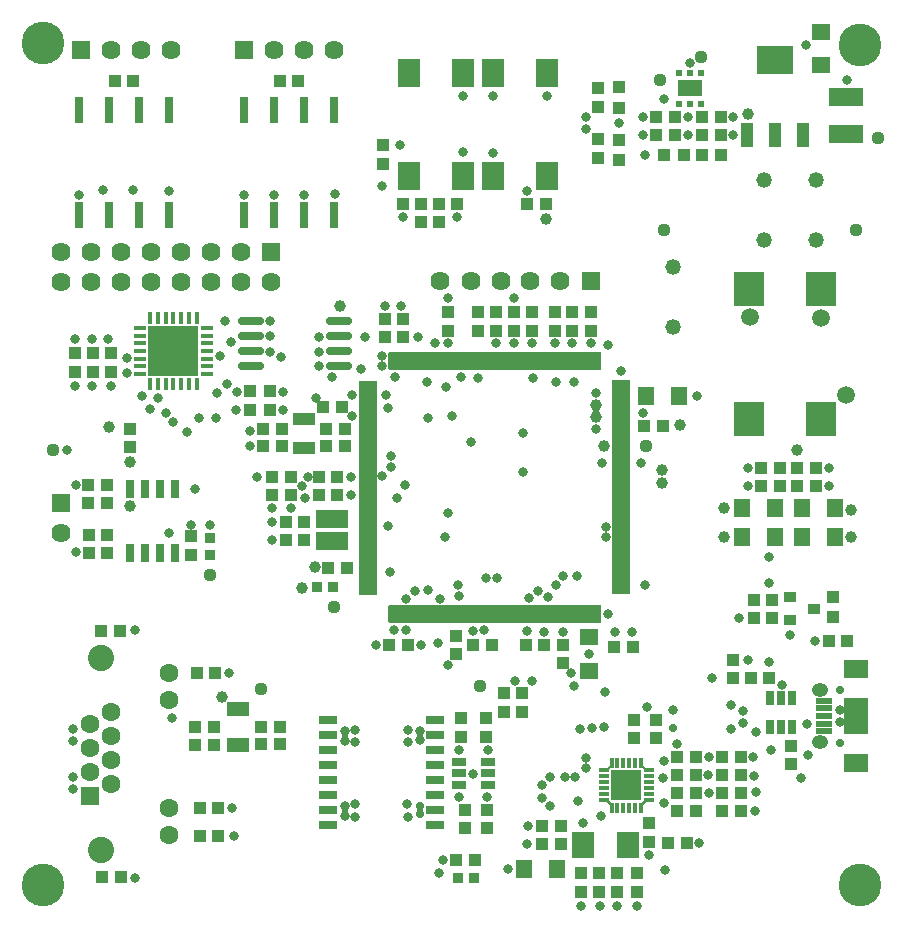
<source format=gts>
G04*
G04 #@! TF.GenerationSoftware,Altium Limited,Altium Designer,21.2.0 (30)*
G04*
G04 Layer_Color=8388736*
%FSLAX42Y42*%
%MOMM*%
G71*
G04*
G04 #@! TF.SameCoordinates,ABD0CF57-3E98-4FB8-AFFA-8217F09E1CE7*
G04*
G04*
G04 #@! TF.FilePolarity,Negative*
G04*
G01*
G75*
%ADD34C,1.00*%
%ADD40R,1.00X1.00*%
%ADD60R,1.00X1.00*%
%ADD62R,0.51X0.38*%
%ADD63R,0.51X0.25*%
%ADD64R,0.51X0.51*%
%ADD65R,18.03X1.65*%
%ADD66R,1.65X18.16*%
%ADD67R,1.47X0.47*%
%ADD68R,0.47X1.47*%
%ADD69R,1.52X0.76*%
%ADD70R,1.12X1.02*%
%ADD71R,1.92X2.32*%
%ADD72R,1.39X1.64*%
%ADD73R,0.81X0.40*%
%ADD74R,0.40X0.81*%
%ADD75R,2.62X2.62*%
%ADD76C,1.12*%
%ADD77R,0.57X0.62*%
%ADD78R,2.12X1.32*%
%ADD79R,1.14X2.15*%
%ADD80R,3.17X2.41*%
%ADD81R,1.02X1.12*%
%ADD82R,2.52X2.92*%
%ADD83R,2.92X1.62*%
%ADD84R,1.64X1.39*%
%ADD85R,1.22X0.72*%
%ADD86O,2.22X0.72*%
%ADD87R,0.72X1.64*%
%ADD88R,4.32X4.32*%
%ADD89O,1.07X0.42*%
%ADD90O,0.42X1.07*%
%ADD91R,0.72X1.22*%
%ADD92R,0.88X0.88*%
%ADD93R,1.92X1.27*%
%ADD94R,1.47X0.52*%
%ADD95R,2.02X3.02*%
%ADD96R,0.88X0.88*%
G04:AMPARAMS|DCode=97|XSize=0.72mm|YSize=2.27mm|CornerRadius=0.11mm|HoleSize=0mm|Usage=FLASHONLY|Rotation=180.000|XOffset=0mm|YOffset=0mm|HoleType=Round|Shape=RoundedRectangle|*
%AMROUNDEDRECTD97*
21,1,0.72,2.05,0,0,180.0*
21,1,0.50,2.27,0,0,180.0*
1,1,0.22,-0.25,1.02*
1,1,0.22,0.25,1.02*
1,1,0.22,0.25,-1.02*
1,1,0.22,-0.25,-1.02*
%
%ADD97ROUNDEDRECTD97*%
%ADD98R,2.82X1.62*%
%ADD99R,1.92X1.12*%
%ADD100R,1.02X0.92*%
%ADD101R,1.92X2.42*%
%ADD102C,3.62*%
%ADD103C,1.32*%
%ADD104C,0.12*%
%ADD105R,1.60X1.60*%
%ADD106C,1.60*%
%ADD107C,2.22*%
%ADD108R,1.62X1.62*%
%ADD109C,1.62*%
%ADD110R,1.62X1.62*%
%ADD111O,1.37X1.17*%
%ADD112R,2.02X1.52*%
%ADD113C,0.80*%
%ADD114C,0.70*%
%ADD115C,0.78*%
%ADD116C,1.50*%
%ADD117C,1.39*%
G36*
X5036Y984D02*
X5080Y940D01*
X5061Y921D01*
X5017Y965D01*
X5036Y984D01*
D02*
G37*
G36*
X5347Y978D02*
X5309Y940D01*
X5328Y921D01*
X5366Y959D01*
X5347Y978D01*
D02*
G37*
G36*
X5055Y1270D02*
X5023Y1238D01*
X5036Y1226D01*
X5067Y1257D01*
X5055Y1270D01*
D02*
G37*
G36*
X5334Y1270D02*
X5366Y1238D01*
X5353Y1226D01*
X5321Y1257D01*
X5334Y1270D01*
D02*
G37*
D34*
X5004Y3975D02*
D03*
X5499Y3658D02*
D03*
X4940Y4321D02*
D03*
Y4218D02*
D03*
X5499Y3772D02*
D03*
X4512Y5889D02*
D03*
X6642Y3937D02*
D03*
X5644Y4145D02*
D03*
X6223Y6782D02*
D03*
X813Y4128D02*
D03*
X2451Y2767D02*
D03*
X2553Y2946D02*
D03*
X1770Y1842D02*
D03*
X2769Y5156D02*
D03*
X991Y3835D02*
D03*
X6020Y3442D02*
D03*
Y3200D02*
D03*
X7099D02*
D03*
Y3429D02*
D03*
X991Y3467D02*
D03*
D40*
X5679Y6439D02*
D03*
X5509D02*
D03*
D60*
X6947Y2522D02*
D03*
Y2692D02*
D03*
X5131Y6392D02*
D03*
Y6562D02*
D03*
Y6836D02*
D03*
Y7007D02*
D03*
D62*
X4940Y4274D02*
D03*
X3442Y1518D02*
D03*
X2807Y883D02*
D03*
D63*
X3442Y889D02*
D03*
D64*
X2807Y1524D02*
D03*
D65*
X4077Y4693D02*
D03*
Y2546D02*
D03*
D66*
X5150Y3626D02*
D03*
X3004Y3613D02*
D03*
D67*
X3004Y4494D02*
D03*
Y4444D02*
D03*
Y4394D02*
D03*
Y4344D02*
D03*
Y4294D02*
D03*
Y4244D02*
D03*
Y4194D02*
D03*
Y4144D02*
D03*
Y4094D02*
D03*
Y4044D02*
D03*
Y3994D02*
D03*
Y3944D02*
D03*
Y3894D02*
D03*
Y3844D02*
D03*
Y3794D02*
D03*
Y3744D02*
D03*
Y3694D02*
D03*
Y3644D02*
D03*
Y3594D02*
D03*
Y3544D02*
D03*
Y3494D02*
D03*
Y3444D02*
D03*
Y3394D02*
D03*
Y3344D02*
D03*
Y3294D02*
D03*
Y3244D02*
D03*
Y3194D02*
D03*
Y3144D02*
D03*
Y3094D02*
D03*
Y3044D02*
D03*
Y2994D02*
D03*
Y2944D02*
D03*
Y2894D02*
D03*
Y2844D02*
D03*
Y2794D02*
D03*
Y2744D02*
D03*
X5149D02*
D03*
Y2794D02*
D03*
Y2844D02*
D03*
Y2894D02*
D03*
Y2944D02*
D03*
Y2994D02*
D03*
Y3044D02*
D03*
Y3094D02*
D03*
Y3144D02*
D03*
Y3194D02*
D03*
Y3244D02*
D03*
Y3294D02*
D03*
Y3344D02*
D03*
Y3394D02*
D03*
Y3444D02*
D03*
Y3494D02*
D03*
Y3544D02*
D03*
Y3594D02*
D03*
Y3644D02*
D03*
Y3694D02*
D03*
Y3744D02*
D03*
Y3794D02*
D03*
Y3844D02*
D03*
Y3894D02*
D03*
Y3944D02*
D03*
Y3994D02*
D03*
Y4044D02*
D03*
Y4094D02*
D03*
Y4144D02*
D03*
Y4194D02*
D03*
Y4244D02*
D03*
Y4294D02*
D03*
Y4344D02*
D03*
Y4394D02*
D03*
Y4444D02*
D03*
Y4494D02*
D03*
D68*
X3202Y2547D02*
D03*
X3252D02*
D03*
X3302D02*
D03*
X3352D02*
D03*
X3402D02*
D03*
X3452D02*
D03*
X3502D02*
D03*
X3552D02*
D03*
X3602D02*
D03*
X3652D02*
D03*
X3702D02*
D03*
X3752D02*
D03*
X3802D02*
D03*
X3852D02*
D03*
X3902D02*
D03*
X3952D02*
D03*
X4002D02*
D03*
X4052D02*
D03*
X4102D02*
D03*
X4152D02*
D03*
X4202D02*
D03*
X4252D02*
D03*
X4302D02*
D03*
X4352D02*
D03*
X4402D02*
D03*
X4452D02*
D03*
X4502D02*
D03*
X4552D02*
D03*
X4602D02*
D03*
X4652D02*
D03*
X4702D02*
D03*
X4752D02*
D03*
X4802D02*
D03*
X4852D02*
D03*
X4902D02*
D03*
X4952D02*
D03*
Y4692D02*
D03*
X4902D02*
D03*
X4852D02*
D03*
X4802D02*
D03*
X4752D02*
D03*
X4702D02*
D03*
X4652D02*
D03*
X4602D02*
D03*
X4552D02*
D03*
X4502D02*
D03*
X4452D02*
D03*
X4402D02*
D03*
X4352D02*
D03*
X4302D02*
D03*
X4252D02*
D03*
X4202D02*
D03*
X4152D02*
D03*
X4102D02*
D03*
X4052D02*
D03*
X4002D02*
D03*
X3952D02*
D03*
X3902D02*
D03*
X3852D02*
D03*
X3802D02*
D03*
X3752D02*
D03*
X3702D02*
D03*
X3652D02*
D03*
X3602D02*
D03*
X3552D02*
D03*
X3502D02*
D03*
X3452D02*
D03*
X3402D02*
D03*
X3352D02*
D03*
X3302D02*
D03*
X3252D02*
D03*
X3202D02*
D03*
D69*
X3569Y762D02*
D03*
Y1016D02*
D03*
X2667Y1651D02*
D03*
Y1524D02*
D03*
Y1397D02*
D03*
Y1270D02*
D03*
Y1143D02*
D03*
Y1016D02*
D03*
Y889D02*
D03*
Y762D02*
D03*
X3569Y1651D02*
D03*
Y1524D02*
D03*
Y1397D02*
D03*
Y1270D02*
D03*
Y1143D02*
D03*
Y889D02*
D03*
D70*
X4013Y733D02*
D03*
Y893D02*
D03*
X5258Y1495D02*
D03*
Y1655D02*
D03*
X4964Y352D02*
D03*
Y192D02*
D03*
X5448Y1495D02*
D03*
Y1655D02*
D03*
X5282Y352D02*
D03*
Y192D02*
D03*
X3797Y1507D02*
D03*
Y1667D02*
D03*
X3823Y893D02*
D03*
Y733D02*
D03*
X4001Y1507D02*
D03*
Y1667D02*
D03*
X5117Y192D02*
D03*
Y352D02*
D03*
X4155Y1882D02*
D03*
Y1722D02*
D03*
X4308Y1882D02*
D03*
Y1722D02*
D03*
X5384Y620D02*
D03*
Y780D02*
D03*
X4812Y192D02*
D03*
Y352D02*
D03*
X991Y4119D02*
D03*
Y3959D02*
D03*
X523Y4601D02*
D03*
Y4761D02*
D03*
X675Y4601D02*
D03*
Y4761D02*
D03*
X827Y4601D02*
D03*
Y4761D02*
D03*
X1511Y3051D02*
D03*
Y3212D02*
D03*
X2007Y4436D02*
D03*
Y4276D02*
D03*
X2172D02*
D03*
Y4436D02*
D03*
X3150Y4890D02*
D03*
Y5049D02*
D03*
X3137Y6359D02*
D03*
Y6519D02*
D03*
X3747Y2366D02*
D03*
Y2206D02*
D03*
X4661Y2290D02*
D03*
Y2130D02*
D03*
X6591Y1275D02*
D03*
Y1435D02*
D03*
X6096Y2163D02*
D03*
Y2003D02*
D03*
X3302Y4890D02*
D03*
Y5049D02*
D03*
X3683Y4949D02*
D03*
Y5109D02*
D03*
X3937Y5109D02*
D03*
Y4949D02*
D03*
X4089Y5109D02*
D03*
Y4949D02*
D03*
X4585Y5109D02*
D03*
Y4949D02*
D03*
X4394Y5109D02*
D03*
Y4949D02*
D03*
X4737Y5109D02*
D03*
Y4949D02*
D03*
X4242Y4949D02*
D03*
Y5109D02*
D03*
X4890Y4949D02*
D03*
Y5109D02*
D03*
X4953Y6570D02*
D03*
Y6410D02*
D03*
Y6842D02*
D03*
Y7001D02*
D03*
D71*
X5205Y590D02*
D03*
X4825D02*
D03*
D72*
X4609Y387D02*
D03*
X4329D02*
D03*
X6172Y3442D02*
D03*
X6452D02*
D03*
Y3200D02*
D03*
X6172D02*
D03*
X6960D02*
D03*
X6680D02*
D03*
X6960Y3442D02*
D03*
X6680D02*
D03*
X5639Y4394D02*
D03*
X5359D02*
D03*
D73*
X5003Y1025D02*
D03*
Y1075D02*
D03*
X5383Y975D02*
D03*
Y1025D02*
D03*
Y1075D02*
D03*
Y1125D02*
D03*
Y1175D02*
D03*
Y1225D02*
D03*
X5003D02*
D03*
Y975D02*
D03*
Y1125D02*
D03*
Y1175D02*
D03*
D74*
X5068Y910D02*
D03*
X5118D02*
D03*
X5168D02*
D03*
X5218D02*
D03*
X5268D02*
D03*
X5318D02*
D03*
Y1290D02*
D03*
X5268D02*
D03*
X5218D02*
D03*
X5168D02*
D03*
X5118D02*
D03*
X5068D02*
D03*
D75*
X5193Y1100D02*
D03*
D76*
X5829Y7267D02*
D03*
X7137Y5804D02*
D03*
X7328Y6579D02*
D03*
X5474Y7074D02*
D03*
X5512Y5804D02*
D03*
X2098Y1911D02*
D03*
X3952Y1936D02*
D03*
X343Y3937D02*
D03*
X1664Y2883D02*
D03*
X2716Y2605D02*
D03*
X5359Y3975D02*
D03*
D77*
X5639Y6868D02*
D03*
X5734D02*
D03*
X5639Y7128D02*
D03*
X5829D02*
D03*
X5734D02*
D03*
X5829Y6868D02*
D03*
D78*
X5734Y6998D02*
D03*
D79*
X6215Y6604D02*
D03*
X6688D02*
D03*
X6452D02*
D03*
D80*
Y7239D02*
D03*
D81*
X5832Y6439D02*
D03*
X5992D02*
D03*
X5444Y6756D02*
D03*
X5604D02*
D03*
X5992D02*
D03*
X5832D02*
D03*
X5604Y6604D02*
D03*
X5444D02*
D03*
X5832D02*
D03*
X5992D02*
D03*
X5706Y610D02*
D03*
X5546D02*
D03*
X2654Y3967D02*
D03*
X2814D02*
D03*
X754Y323D02*
D03*
X914D02*
D03*
X908Y2406D02*
D03*
X748D02*
D03*
X1740Y666D02*
D03*
X1580D02*
D03*
X1740Y907D02*
D03*
X1580D02*
D03*
X6006Y1187D02*
D03*
X6166D02*
D03*
X6493Y3785D02*
D03*
X6333D02*
D03*
X6638D02*
D03*
X6798D02*
D03*
X6638Y3632D02*
D03*
X6798D02*
D03*
X6493D02*
D03*
X6333D02*
D03*
X1554Y2050D02*
D03*
X1714D02*
D03*
X6006Y1339D02*
D03*
X6166D02*
D03*
X1702Y1593D02*
D03*
X1542D02*
D03*
X1702Y1441D02*
D03*
X1542D02*
D03*
X2101Y1444D02*
D03*
X2261D02*
D03*
X2100Y1593D02*
D03*
X2260D02*
D03*
X6006Y882D02*
D03*
X6166D02*
D03*
X6006Y1034D02*
D03*
X6166D02*
D03*
X5621Y1335D02*
D03*
X5781D02*
D03*
X5621Y878D02*
D03*
X5781D02*
D03*
X5621Y1030D02*
D03*
X5781D02*
D03*
X4480Y601D02*
D03*
X4640D02*
D03*
X4477Y756D02*
D03*
X4637D02*
D03*
X5781Y1187D02*
D03*
X5621D02*
D03*
X3754Y470D02*
D03*
X3914D02*
D03*
X3344Y2286D02*
D03*
X3184D02*
D03*
X640Y3068D02*
D03*
X800D02*
D03*
X800Y3220D02*
D03*
X640D02*
D03*
X796Y3487D02*
D03*
X636D02*
D03*
Y3640D02*
D03*
X796D02*
D03*
X1020Y7061D02*
D03*
X860D02*
D03*
X2824Y2939D02*
D03*
X2664D02*
D03*
X2468Y3175D02*
D03*
X2308D02*
D03*
X2468Y3327D02*
D03*
X2308D02*
D03*
X2353Y3556D02*
D03*
X2193D02*
D03*
X2747D02*
D03*
X2587D02*
D03*
X2353Y3708D02*
D03*
X2193D02*
D03*
X2747D02*
D03*
X2587D02*
D03*
X2277Y3967D02*
D03*
X2117D02*
D03*
X2277Y4119D02*
D03*
X2117D02*
D03*
X2257Y7061D02*
D03*
X2417D02*
D03*
X2654Y4119D02*
D03*
X2814D02*
D03*
X2785Y4305D02*
D03*
X2625D02*
D03*
X3458Y6020D02*
D03*
X3298D02*
D03*
X4055Y2286D02*
D03*
X3895D02*
D03*
X5089Y2273D02*
D03*
X5249D02*
D03*
X4500Y2286D02*
D03*
X4340D02*
D03*
X6245Y2007D02*
D03*
X6405D02*
D03*
X6430Y2518D02*
D03*
X6270D02*
D03*
X6430Y2671D02*
D03*
X6270D02*
D03*
X6905Y2324D02*
D03*
X7065D02*
D03*
X3611Y5867D02*
D03*
X3451D02*
D03*
X3763Y6020D02*
D03*
X3603D02*
D03*
X4352D02*
D03*
X4512D02*
D03*
X5503Y4140D02*
D03*
X5343D02*
D03*
D82*
X6844Y4203D02*
D03*
X6234D02*
D03*
X6844Y5303D02*
D03*
X6234D02*
D03*
D83*
X7055Y6614D02*
D03*
Y6924D02*
D03*
D84*
X6845Y7201D02*
D03*
Y7480D02*
D03*
X4877Y2350D02*
D03*
Y2070D02*
D03*
D85*
X3778Y1104D02*
D03*
X4018D02*
D03*
X3778Y1294D02*
D03*
Y1199D02*
D03*
X4018D02*
D03*
Y1294D02*
D03*
D86*
X2013Y5029D02*
D03*
Y4902D02*
D03*
Y4775D02*
D03*
Y4648D02*
D03*
X2763Y5029D02*
D03*
Y4902D02*
D03*
Y4775D02*
D03*
Y4648D02*
D03*
D87*
X991Y3061D02*
D03*
X1118D02*
D03*
X1245D02*
D03*
X1372D02*
D03*
X991Y3609D02*
D03*
X1118D02*
D03*
X1245D02*
D03*
X1372D02*
D03*
D88*
X1359Y4775D02*
D03*
D89*
X1076Y4970D02*
D03*
Y4905D02*
D03*
Y4840D02*
D03*
Y4775D02*
D03*
Y4710D02*
D03*
Y4645D02*
D03*
Y4580D02*
D03*
X1641D02*
D03*
Y4645D02*
D03*
Y4710D02*
D03*
Y4775D02*
D03*
Y4840D02*
D03*
Y4905D02*
D03*
Y4970D02*
D03*
D90*
X1164Y4493D02*
D03*
X1229D02*
D03*
X1294D02*
D03*
X1359D02*
D03*
X1424D02*
D03*
X1489D02*
D03*
X1554D02*
D03*
Y5058D02*
D03*
X1489D02*
D03*
X1424D02*
D03*
X1359D02*
D03*
X1294D02*
D03*
X1229D02*
D03*
X1164D02*
D03*
D91*
X6407Y1834D02*
D03*
X6502D02*
D03*
X6597D02*
D03*
Y1594D02*
D03*
X6502D02*
D03*
X6407D02*
D03*
D92*
X3905Y317D02*
D03*
X3766D02*
D03*
X2572Y2781D02*
D03*
X2711D02*
D03*
D93*
X1901Y1443D02*
D03*
Y1743D02*
D03*
D94*
X6870Y1815D02*
D03*
Y1750D02*
D03*
Y1685D02*
D03*
Y1620D02*
D03*
Y1555D02*
D03*
D95*
X7137Y1685D02*
D03*
D96*
X1664Y3189D02*
D03*
Y3049D02*
D03*
D97*
X1321Y6816D02*
D03*
X1067D02*
D03*
X813D02*
D03*
X559D02*
D03*
X1321Y5931D02*
D03*
X1067D02*
D03*
X813D02*
D03*
X559D02*
D03*
X1956D02*
D03*
X2210D02*
D03*
X2464D02*
D03*
X2718D02*
D03*
X1956Y6816D02*
D03*
X2210D02*
D03*
X2464D02*
D03*
X2718D02*
D03*
D98*
X2705Y3163D02*
D03*
Y3353D02*
D03*
D99*
X2464Y3952D02*
D03*
Y4202D02*
D03*
D100*
X6580Y2693D02*
D03*
Y2497D02*
D03*
X6780Y2595D02*
D03*
D101*
X3356Y6260D02*
D03*
Y7125D02*
D03*
X3806D02*
D03*
Y6260D02*
D03*
X4068D02*
D03*
Y7125D02*
D03*
X4518D02*
D03*
Y6260D02*
D03*
D102*
X254Y7379D02*
D03*
X7175Y254D02*
D03*
Y7366D02*
D03*
X254Y254D02*
D03*
D103*
X6356Y6223D02*
D03*
Y5715D02*
D03*
X6801Y6223D02*
D03*
Y5715D02*
D03*
X5588Y5489D02*
D03*
Y4981D02*
D03*
D104*
X6844Y4753D02*
D03*
X6394D02*
D03*
D105*
X656Y1007D02*
D03*
D106*
X834Y1109D02*
D03*
X656Y1211D02*
D03*
X834Y1313D02*
D03*
X656Y1415D02*
D03*
X834Y1517D02*
D03*
X656Y1619D02*
D03*
X834Y1721D02*
D03*
X1317Y906D02*
D03*
Y1820D02*
D03*
Y2049D02*
D03*
Y677D02*
D03*
D107*
X745Y550D02*
D03*
Y2176D02*
D03*
D108*
X403Y3487D02*
D03*
D109*
Y3233D02*
D03*
X2184Y5359D02*
D03*
X1930Y5613D02*
D03*
Y5359D02*
D03*
X1676Y5613D02*
D03*
Y5359D02*
D03*
X1422Y5613D02*
D03*
Y5359D02*
D03*
X1168Y5613D02*
D03*
Y5359D02*
D03*
X914Y5613D02*
D03*
Y5359D02*
D03*
X660Y5613D02*
D03*
Y5359D02*
D03*
X406Y5613D02*
D03*
Y5359D02*
D03*
X826Y7328D02*
D03*
X1080D02*
D03*
X1334D02*
D03*
X2210D02*
D03*
X2464D02*
D03*
X2718D02*
D03*
X3874Y5372D02*
D03*
X4128D02*
D03*
X4381D02*
D03*
X4635D02*
D03*
X3619D02*
D03*
D110*
X2184Y5613D02*
D03*
X572Y7328D02*
D03*
X1956D02*
D03*
X4890Y5372D02*
D03*
D111*
X6837Y1908D02*
D03*
Y1463D02*
D03*
D112*
X7137Y1285D02*
D03*
Y2085D02*
D03*
D113*
X4851Y1333D02*
D03*
X4802Y1575D02*
D03*
X4903Y1587D02*
D03*
X5004Y1588D02*
D03*
X3598Y2303D02*
D03*
X4394Y1981D02*
D03*
X3683Y2120D02*
D03*
X5626Y1448D02*
D03*
X6083Y1575D02*
D03*
X5009Y1885D02*
D03*
X4254Y1981D02*
D03*
X4527Y2690D02*
D03*
X4102Y2856D02*
D03*
X4752Y4510D02*
D03*
X2870Y4407D02*
D03*
X3124Y4648D02*
D03*
X3404Y2743D02*
D03*
X3655Y3197D02*
D03*
X3518Y2756D02*
D03*
X3124Y4737D02*
D03*
X3188Y2908D02*
D03*
X5017Y3200D02*
D03*
X4775Y2870D02*
D03*
X4407Y4547D02*
D03*
X4661Y2870D02*
D03*
X3177Y4294D02*
D03*
X4001Y2856D02*
D03*
X3940Y4550D02*
D03*
X3200Y3794D02*
D03*
X3505Y4513D02*
D03*
X2705Y4559D02*
D03*
X3797D02*
D03*
X3670Y4470D02*
D03*
X3874Y4001D02*
D03*
X3569Y4839D02*
D03*
X4597Y2794D02*
D03*
X4600Y4511D02*
D03*
X5017Y3289D02*
D03*
X4367Y2680D02*
D03*
X3157Y4401D02*
D03*
X3518Y4204D02*
D03*
X5042Y4826D02*
D03*
X5347Y2794D02*
D03*
X3200Y3886D02*
D03*
X5144Y4610D02*
D03*
X4940Y4420D02*
D03*
X3226Y2413D02*
D03*
X5330Y4251D02*
D03*
X5321Y3823D02*
D03*
X3327Y2413D02*
D03*
X3619Y2679D02*
D03*
X4991Y3823D02*
D03*
X4445Y2743D02*
D03*
X5036Y2547D02*
D03*
X3251Y3531D02*
D03*
X3315Y3645D02*
D03*
X3124Y3721D02*
D03*
X3772Y2794D02*
D03*
X3773Y2705D02*
D03*
X3328Y2679D02*
D03*
X3172Y3296D02*
D03*
X2451Y3632D02*
D03*
X2476Y3531D02*
D03*
X2502Y3708D02*
D03*
X2353Y3446D02*
D03*
X4242Y4839D02*
D03*
X3609Y354D02*
D03*
X4813Y76D02*
D03*
X3721Y4221D02*
D03*
X4317Y4081D02*
D03*
X4318Y3747D02*
D03*
X3683Y3404D02*
D03*
X6731Y1359D02*
D03*
X5734Y7215D02*
D03*
X6718Y7366D02*
D03*
X4013Y1003D02*
D03*
X3778D02*
D03*
X4849Y1242D02*
D03*
X4762Y1170D02*
D03*
X3340Y940D02*
D03*
X3342Y831D02*
D03*
X4018Y1400D02*
D03*
X4483Y1105D02*
D03*
Y991D02*
D03*
X3778Y1399D02*
D03*
X3444Y1562D02*
D03*
Y1479D02*
D03*
X1346Y1664D02*
D03*
X1029Y317D02*
D03*
Y2413D02*
D03*
X1829Y2045D02*
D03*
X4978Y837D02*
D03*
X4193Y387D02*
D03*
X5384Y509D02*
D03*
X6909Y3632D02*
D03*
Y3785D02*
D03*
X4750Y1943D02*
D03*
X2007Y3975D02*
D03*
X2070Y3708D02*
D03*
X3987Y2413D02*
D03*
X4496Y2400D02*
D03*
X4661D02*
D03*
X4724Y2045D02*
D03*
X4890Y4839D02*
D03*
X4353Y2405D02*
D03*
X5512Y1308D02*
D03*
X3289Y5156D02*
D03*
X3683Y4839D02*
D03*
X1537Y3607D02*
D03*
X1321Y3238D02*
D03*
X1511Y3302D02*
D03*
X4360Y756D02*
D03*
X965Y4712D02*
D03*
X2007Y4102D02*
D03*
X1321Y6134D02*
D03*
X2946Y4623D02*
D03*
X2565Y4381D02*
D03*
X2285Y4431D02*
D03*
X1816Y4496D02*
D03*
X5791Y4394D02*
D03*
X5715Y6756D02*
D03*
X5334Y6604D02*
D03*
Y6756D02*
D03*
X5347Y6439D02*
D03*
X5512Y6909D02*
D03*
X5715Y6604D02*
D03*
X6096D02*
D03*
Y6756D02*
D03*
X7061Y7074D02*
D03*
X1727Y4420D02*
D03*
X1575Y4204D02*
D03*
X1715D02*
D03*
X1753Y4736D02*
D03*
X1842Y4851D02*
D03*
X1791Y5029D02*
D03*
X5504Y1164D02*
D03*
X2591Y4648D02*
D03*
X2178Y4769D02*
D03*
X2273Y4725D02*
D03*
X3429Y4890D02*
D03*
X5807Y610D02*
D03*
X4547Y927D02*
D03*
Y1168D02*
D03*
X4826Y775D02*
D03*
X3895Y2409D02*
D03*
X5588Y1740D02*
D03*
X5891Y1335D02*
D03*
X5512Y952D02*
D03*
X4788Y965D02*
D03*
X4674Y1168D02*
D03*
X3899Y1194D02*
D03*
X804Y4873D02*
D03*
X826Y4483D02*
D03*
X673D02*
D03*
X1092Y4394D02*
D03*
X4939Y4115D02*
D03*
X6998Y1638D02*
D03*
Y1740D02*
D03*
X4356Y6134D02*
D03*
X6668Y1156D02*
D03*
X2870Y4229D02*
D03*
X6147Y2515D02*
D03*
X6403Y2142D02*
D03*
X6507Y1944D02*
D03*
X6083Y1778D02*
D03*
X6185Y1624D02*
D03*
X3238Y4559D02*
D03*
X760Y6141D02*
D03*
X1014D02*
D03*
X2464Y6096D02*
D03*
X2210D02*
D03*
X4851Y6756D02*
D03*
Y6655D02*
D03*
X4585Y4839D02*
D03*
X2172Y4902D02*
D03*
X4521Y6934D02*
D03*
X1164Y4288D02*
D03*
X1297Y4253D02*
D03*
X1896Y4427D02*
D03*
X1892Y4280D02*
D03*
X1232Y4381D02*
D03*
X2591Y4765D02*
D03*
X2591Y4896D02*
D03*
X1473Y4089D02*
D03*
X1359Y4178D02*
D03*
X5365Y1765D02*
D03*
X2807Y923D02*
D03*
X2896Y826D02*
D03*
X5245Y2400D02*
D03*
X5093D02*
D03*
X2727Y6108D02*
D03*
X4089Y4839D02*
D03*
X3763Y5909D02*
D03*
X3150Y5156D02*
D03*
X1956Y6096D02*
D03*
X3683Y5220D02*
D03*
X3124Y6172D02*
D03*
X2984Y4890D02*
D03*
X2282Y4276D02*
D03*
X965Y4585D02*
D03*
X2172Y5029D02*
D03*
X6185Y1727D02*
D03*
X5882Y1187D02*
D03*
X3454Y2286D02*
D03*
X6268Y1339D02*
D03*
X3342Y1568D02*
D03*
X6279Y882D02*
D03*
X6287Y1041D02*
D03*
X533Y3645D02*
D03*
X4394Y4839D02*
D03*
X4737D02*
D03*
X5918Y2007D02*
D03*
X6287Y1549D02*
D03*
X5524Y381D02*
D03*
X6726Y1620D02*
D03*
X6414Y1397D02*
D03*
X6580Y2373D02*
D03*
X6274Y1181D02*
D03*
X6223Y3785D02*
D03*
Y3632D02*
D03*
X3645Y470D02*
D03*
X4877Y2210D02*
D03*
X3073Y2286D02*
D03*
X4966Y76D02*
D03*
X5118D02*
D03*
X5283D02*
D03*
X508Y1168D02*
D03*
Y1067D02*
D03*
Y1575D02*
D03*
Y1473D02*
D03*
X2807Y840D02*
D03*
X1856Y907D02*
D03*
X1869Y666D02*
D03*
X2896Y940D02*
D03*
X2898Y1466D02*
D03*
Y1568D02*
D03*
X2809Y1558D02*
D03*
Y1475D02*
D03*
X2193Y3446D02*
D03*
X2858Y3556D02*
D03*
Y3708D02*
D03*
X3302Y5906D02*
D03*
X559Y6096D02*
D03*
X3273Y6519D02*
D03*
X4068Y6938D02*
D03*
X3806Y6938D02*
D03*
X4068Y6455D02*
D03*
X3806Y6461D02*
D03*
X3342Y1466D02*
D03*
X4356Y601D02*
D03*
X5891Y1030D02*
D03*
X2197Y3175D02*
D03*
X4242Y5220D02*
D03*
X2197Y3327D02*
D03*
X6401Y2807D02*
D03*
Y3035D02*
D03*
X6223Y2159D02*
D03*
X6794Y2324D02*
D03*
X5131Y6706D02*
D03*
X533Y3073D02*
D03*
X457Y3937D02*
D03*
X1664Y3302D02*
D03*
X521Y4483D02*
D03*
X673Y4877D02*
D03*
X521D02*
D03*
D114*
X5588Y1580D02*
D03*
X6998Y1460D02*
D03*
Y1905D02*
D03*
X3442Y926D02*
D03*
Y852D02*
D03*
D115*
X5133Y1040D02*
D03*
Y1160D02*
D03*
D116*
X7049Y4407D02*
D03*
X6845Y5055D02*
D03*
X6236Y5067D02*
D03*
D117*
X1358Y4767D02*
D03*
X1485Y4907D02*
D03*
Y4653D02*
D03*
X1231Y4907D02*
D03*
Y4653D02*
D03*
M02*

</source>
